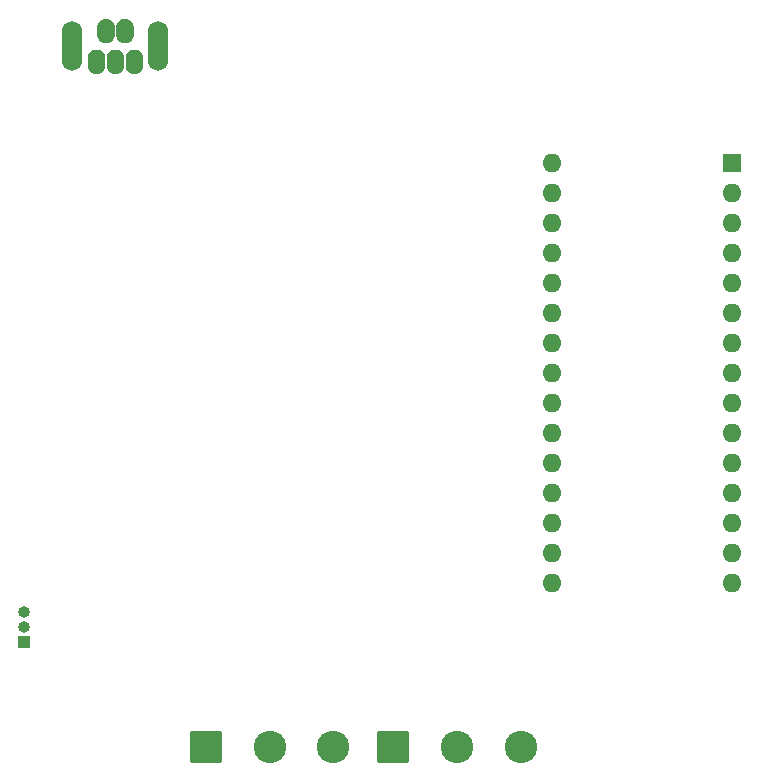
<source format=gbr>
%TF.GenerationSoftware,KiCad,Pcbnew,7.0.7-rc1*%
%TF.CreationDate,2024-04-11T15:56:59-04:00*%
%TF.ProjectId,Moving_PCB,4d6f7669-6e67-45f5-9043-422e6b696361,rev?*%
%TF.SameCoordinates,Original*%
%TF.FileFunction,Soldermask,Top*%
%TF.FilePolarity,Negative*%
%FSLAX46Y46*%
G04 Gerber Fmt 4.6, Leading zero omitted, Abs format (unit mm)*
G04 Created by KiCad (PCBNEW 7.0.7-rc1) date 2024-04-11 15:56:59*
%MOMM*%
%LPD*%
G01*
G04 APERTURE LIST*
G04 Aperture macros list*
%AMRoundRect*
0 Rectangle with rounded corners*
0 $1 Rounding radius*
0 $2 $3 $4 $5 $6 $7 $8 $9 X,Y pos of 4 corners*
0 Add a 4 corners polygon primitive as box body*
4,1,4,$2,$3,$4,$5,$6,$7,$8,$9,$2,$3,0*
0 Add four circle primitives for the rounded corners*
1,1,$1+$1,$2,$3*
1,1,$1+$1,$4,$5*
1,1,$1+$1,$6,$7*
1,1,$1+$1,$8,$9*
0 Add four rect primitives between the rounded corners*
20,1,$1+$1,$2,$3,$4,$5,0*
20,1,$1+$1,$4,$5,$6,$7,0*
20,1,$1+$1,$6,$7,$8,$9,0*
20,1,$1+$1,$8,$9,$2,$3,0*%
G04 Aperture macros list end*
%ADD10C,0.010000*%
%ADD11R,1.000000X1.000000*%
%ADD12O,1.000000X1.000000*%
%ADD13O,1.704000X4.204000*%
%ADD14RoundRect,0.250000X-1.125000X-1.125000X1.125000X-1.125000X1.125000X1.125000X-1.125000X1.125000X0*%
%ADD15C,2.750000*%
%ADD16R,1.600000X1.600000*%
%ADD17O,1.600000X1.600000*%
G04 APERTURE END LIST*
%TO.C,J7*%
D10*
X122837000Y-62301000D02*
X122873000Y-62304000D01*
X122910000Y-62309000D01*
X122946000Y-62315000D01*
X122981000Y-62324000D01*
X123016000Y-62334000D01*
X123051000Y-62346000D01*
X123085000Y-62361000D01*
X123118000Y-62376000D01*
X123150000Y-62394000D01*
X123181000Y-62413000D01*
X123211000Y-62434000D01*
X123241000Y-62456000D01*
X123268000Y-62480000D01*
X123295000Y-62505000D01*
X123320000Y-62532000D01*
X123344000Y-62559000D01*
X123366000Y-62589000D01*
X123387000Y-62619000D01*
X123406000Y-62650000D01*
X123424000Y-62682000D01*
X123439000Y-62715000D01*
X123454000Y-62749000D01*
X123466000Y-62784000D01*
X123476000Y-62819000D01*
X123485000Y-62854000D01*
X123491000Y-62890000D01*
X123496000Y-62927000D01*
X123499000Y-62963000D01*
X123500000Y-63000000D01*
X123500000Y-63600000D01*
X123499000Y-63637000D01*
X123496000Y-63673000D01*
X123491000Y-63710000D01*
X123485000Y-63746000D01*
X123476000Y-63781000D01*
X123466000Y-63816000D01*
X123454000Y-63851000D01*
X123439000Y-63885000D01*
X123424000Y-63918000D01*
X123406000Y-63950000D01*
X123387000Y-63981000D01*
X123366000Y-64011000D01*
X123344000Y-64041000D01*
X123320000Y-64068000D01*
X123295000Y-64095000D01*
X123268000Y-64120000D01*
X123241000Y-64144000D01*
X123211000Y-64166000D01*
X123181000Y-64187000D01*
X123150000Y-64206000D01*
X123118000Y-64224000D01*
X123085000Y-64239000D01*
X123051000Y-64254000D01*
X123016000Y-64266000D01*
X122981000Y-64276000D01*
X122946000Y-64285000D01*
X122910000Y-64291000D01*
X122873000Y-64296000D01*
X122837000Y-64299000D01*
X122800000Y-64300000D01*
X122763000Y-64299000D01*
X122727000Y-64296000D01*
X122690000Y-64291000D01*
X122654000Y-64285000D01*
X122619000Y-64276000D01*
X122584000Y-64266000D01*
X122549000Y-64254000D01*
X122515000Y-64239000D01*
X122482000Y-64224000D01*
X122450000Y-64206000D01*
X122419000Y-64187000D01*
X122389000Y-64166000D01*
X122359000Y-64144000D01*
X122332000Y-64120000D01*
X122305000Y-64095000D01*
X122280000Y-64068000D01*
X122256000Y-64041000D01*
X122234000Y-64011000D01*
X122213000Y-63981000D01*
X122194000Y-63950000D01*
X122176000Y-63918000D01*
X122161000Y-63885000D01*
X122146000Y-63851000D01*
X122134000Y-63816000D01*
X122124000Y-63781000D01*
X122115000Y-63746000D01*
X122109000Y-63710000D01*
X122104000Y-63673000D01*
X122101000Y-63637000D01*
X122100000Y-63600000D01*
X122100000Y-63000000D01*
X122101000Y-62963000D01*
X122104000Y-62927000D01*
X122109000Y-62890000D01*
X122115000Y-62854000D01*
X122124000Y-62819000D01*
X122134000Y-62784000D01*
X122146000Y-62749000D01*
X122161000Y-62715000D01*
X122176000Y-62682000D01*
X122194000Y-62650000D01*
X122213000Y-62619000D01*
X122234000Y-62589000D01*
X122256000Y-62559000D01*
X122280000Y-62532000D01*
X122305000Y-62505000D01*
X122332000Y-62480000D01*
X122359000Y-62456000D01*
X122389000Y-62434000D01*
X122419000Y-62413000D01*
X122450000Y-62394000D01*
X122482000Y-62376000D01*
X122515000Y-62361000D01*
X122549000Y-62346000D01*
X122584000Y-62334000D01*
X122619000Y-62324000D01*
X122654000Y-62315000D01*
X122690000Y-62309000D01*
X122727000Y-62304000D01*
X122763000Y-62301000D01*
X122800000Y-62300000D01*
X122837000Y-62301000D01*
G36*
X122837000Y-62301000D02*
G01*
X122873000Y-62304000D01*
X122910000Y-62309000D01*
X122946000Y-62315000D01*
X122981000Y-62324000D01*
X123016000Y-62334000D01*
X123051000Y-62346000D01*
X123085000Y-62361000D01*
X123118000Y-62376000D01*
X123150000Y-62394000D01*
X123181000Y-62413000D01*
X123211000Y-62434000D01*
X123241000Y-62456000D01*
X123268000Y-62480000D01*
X123295000Y-62505000D01*
X123320000Y-62532000D01*
X123344000Y-62559000D01*
X123366000Y-62589000D01*
X123387000Y-62619000D01*
X123406000Y-62650000D01*
X123424000Y-62682000D01*
X123439000Y-62715000D01*
X123454000Y-62749000D01*
X123466000Y-62784000D01*
X123476000Y-62819000D01*
X123485000Y-62854000D01*
X123491000Y-62890000D01*
X123496000Y-62927000D01*
X123499000Y-62963000D01*
X123500000Y-63000000D01*
X123500000Y-63600000D01*
X123499000Y-63637000D01*
X123496000Y-63673000D01*
X123491000Y-63710000D01*
X123485000Y-63746000D01*
X123476000Y-63781000D01*
X123466000Y-63816000D01*
X123454000Y-63851000D01*
X123439000Y-63885000D01*
X123424000Y-63918000D01*
X123406000Y-63950000D01*
X123387000Y-63981000D01*
X123366000Y-64011000D01*
X123344000Y-64041000D01*
X123320000Y-64068000D01*
X123295000Y-64095000D01*
X123268000Y-64120000D01*
X123241000Y-64144000D01*
X123211000Y-64166000D01*
X123181000Y-64187000D01*
X123150000Y-64206000D01*
X123118000Y-64224000D01*
X123085000Y-64239000D01*
X123051000Y-64254000D01*
X123016000Y-64266000D01*
X122981000Y-64276000D01*
X122946000Y-64285000D01*
X122910000Y-64291000D01*
X122873000Y-64296000D01*
X122837000Y-64299000D01*
X122800000Y-64300000D01*
X122763000Y-64299000D01*
X122727000Y-64296000D01*
X122690000Y-64291000D01*
X122654000Y-64285000D01*
X122619000Y-64276000D01*
X122584000Y-64266000D01*
X122549000Y-64254000D01*
X122515000Y-64239000D01*
X122482000Y-64224000D01*
X122450000Y-64206000D01*
X122419000Y-64187000D01*
X122389000Y-64166000D01*
X122359000Y-64144000D01*
X122332000Y-64120000D01*
X122305000Y-64095000D01*
X122280000Y-64068000D01*
X122256000Y-64041000D01*
X122234000Y-64011000D01*
X122213000Y-63981000D01*
X122194000Y-63950000D01*
X122176000Y-63918000D01*
X122161000Y-63885000D01*
X122146000Y-63851000D01*
X122134000Y-63816000D01*
X122124000Y-63781000D01*
X122115000Y-63746000D01*
X122109000Y-63710000D01*
X122104000Y-63673000D01*
X122101000Y-63637000D01*
X122100000Y-63600000D01*
X122100000Y-63000000D01*
X122101000Y-62963000D01*
X122104000Y-62927000D01*
X122109000Y-62890000D01*
X122115000Y-62854000D01*
X122124000Y-62819000D01*
X122134000Y-62784000D01*
X122146000Y-62749000D01*
X122161000Y-62715000D01*
X122176000Y-62682000D01*
X122194000Y-62650000D01*
X122213000Y-62619000D01*
X122234000Y-62589000D01*
X122256000Y-62559000D01*
X122280000Y-62532000D01*
X122305000Y-62505000D01*
X122332000Y-62480000D01*
X122359000Y-62456000D01*
X122389000Y-62434000D01*
X122419000Y-62413000D01*
X122450000Y-62394000D01*
X122482000Y-62376000D01*
X122515000Y-62361000D01*
X122549000Y-62346000D01*
X122584000Y-62334000D01*
X122619000Y-62324000D01*
X122654000Y-62315000D01*
X122690000Y-62309000D01*
X122727000Y-62304000D01*
X122763000Y-62301000D01*
X122800000Y-62300000D01*
X122837000Y-62301000D01*
G37*
X122037000Y-59701000D02*
X122073000Y-59704000D01*
X122110000Y-59709000D01*
X122146000Y-59715000D01*
X122181000Y-59724000D01*
X122216000Y-59734000D01*
X122251000Y-59746000D01*
X122285000Y-59761000D01*
X122318000Y-59776000D01*
X122350000Y-59794000D01*
X122381000Y-59813000D01*
X122411000Y-59834000D01*
X122441000Y-59856000D01*
X122468000Y-59880000D01*
X122495000Y-59905000D01*
X122520000Y-59932000D01*
X122544000Y-59959000D01*
X122566000Y-59989000D01*
X122587000Y-60019000D01*
X122606000Y-60050000D01*
X122624000Y-60082000D01*
X122639000Y-60115000D01*
X122654000Y-60149000D01*
X122666000Y-60184000D01*
X122676000Y-60219000D01*
X122685000Y-60254000D01*
X122691000Y-60290000D01*
X122696000Y-60327000D01*
X122699000Y-60363000D01*
X122700000Y-60400000D01*
X122700000Y-61000000D01*
X122699000Y-61037000D01*
X122696000Y-61073000D01*
X122691000Y-61110000D01*
X122685000Y-61146000D01*
X122676000Y-61181000D01*
X122666000Y-61216000D01*
X122654000Y-61251000D01*
X122639000Y-61285000D01*
X122624000Y-61318000D01*
X122606000Y-61350000D01*
X122587000Y-61381000D01*
X122566000Y-61411000D01*
X122544000Y-61441000D01*
X122520000Y-61468000D01*
X122495000Y-61495000D01*
X122468000Y-61520000D01*
X122441000Y-61544000D01*
X122411000Y-61566000D01*
X122381000Y-61587000D01*
X122350000Y-61606000D01*
X122318000Y-61624000D01*
X122285000Y-61639000D01*
X122251000Y-61654000D01*
X122216000Y-61666000D01*
X122181000Y-61676000D01*
X122146000Y-61685000D01*
X122110000Y-61691000D01*
X122073000Y-61696000D01*
X122037000Y-61699000D01*
X122000000Y-61700000D01*
X121963000Y-61699000D01*
X121927000Y-61696000D01*
X121890000Y-61691000D01*
X121854000Y-61685000D01*
X121819000Y-61676000D01*
X121784000Y-61666000D01*
X121749000Y-61654000D01*
X121715000Y-61639000D01*
X121682000Y-61624000D01*
X121650000Y-61606000D01*
X121619000Y-61587000D01*
X121589000Y-61566000D01*
X121559000Y-61544000D01*
X121532000Y-61520000D01*
X121505000Y-61495000D01*
X121480000Y-61468000D01*
X121456000Y-61441000D01*
X121434000Y-61411000D01*
X121413000Y-61381000D01*
X121394000Y-61350000D01*
X121376000Y-61318000D01*
X121361000Y-61285000D01*
X121346000Y-61251000D01*
X121334000Y-61216000D01*
X121324000Y-61181000D01*
X121315000Y-61146000D01*
X121309000Y-61110000D01*
X121304000Y-61073000D01*
X121301000Y-61037000D01*
X121300000Y-61000000D01*
X121300000Y-60400000D01*
X121301000Y-60363000D01*
X121304000Y-60327000D01*
X121309000Y-60290000D01*
X121315000Y-60254000D01*
X121324000Y-60219000D01*
X121334000Y-60184000D01*
X121346000Y-60149000D01*
X121361000Y-60115000D01*
X121376000Y-60082000D01*
X121394000Y-60050000D01*
X121413000Y-60019000D01*
X121434000Y-59989000D01*
X121456000Y-59959000D01*
X121480000Y-59932000D01*
X121505000Y-59905000D01*
X121532000Y-59880000D01*
X121559000Y-59856000D01*
X121589000Y-59834000D01*
X121619000Y-59813000D01*
X121650000Y-59794000D01*
X121682000Y-59776000D01*
X121715000Y-59761000D01*
X121749000Y-59746000D01*
X121784000Y-59734000D01*
X121819000Y-59724000D01*
X121854000Y-59715000D01*
X121890000Y-59709000D01*
X121927000Y-59704000D01*
X121963000Y-59701000D01*
X122000000Y-59700000D01*
X122037000Y-59701000D01*
G36*
X122037000Y-59701000D02*
G01*
X122073000Y-59704000D01*
X122110000Y-59709000D01*
X122146000Y-59715000D01*
X122181000Y-59724000D01*
X122216000Y-59734000D01*
X122251000Y-59746000D01*
X122285000Y-59761000D01*
X122318000Y-59776000D01*
X122350000Y-59794000D01*
X122381000Y-59813000D01*
X122411000Y-59834000D01*
X122441000Y-59856000D01*
X122468000Y-59880000D01*
X122495000Y-59905000D01*
X122520000Y-59932000D01*
X122544000Y-59959000D01*
X122566000Y-59989000D01*
X122587000Y-60019000D01*
X122606000Y-60050000D01*
X122624000Y-60082000D01*
X122639000Y-60115000D01*
X122654000Y-60149000D01*
X122666000Y-60184000D01*
X122676000Y-60219000D01*
X122685000Y-60254000D01*
X122691000Y-60290000D01*
X122696000Y-60327000D01*
X122699000Y-60363000D01*
X122700000Y-60400000D01*
X122700000Y-61000000D01*
X122699000Y-61037000D01*
X122696000Y-61073000D01*
X122691000Y-61110000D01*
X122685000Y-61146000D01*
X122676000Y-61181000D01*
X122666000Y-61216000D01*
X122654000Y-61251000D01*
X122639000Y-61285000D01*
X122624000Y-61318000D01*
X122606000Y-61350000D01*
X122587000Y-61381000D01*
X122566000Y-61411000D01*
X122544000Y-61441000D01*
X122520000Y-61468000D01*
X122495000Y-61495000D01*
X122468000Y-61520000D01*
X122441000Y-61544000D01*
X122411000Y-61566000D01*
X122381000Y-61587000D01*
X122350000Y-61606000D01*
X122318000Y-61624000D01*
X122285000Y-61639000D01*
X122251000Y-61654000D01*
X122216000Y-61666000D01*
X122181000Y-61676000D01*
X122146000Y-61685000D01*
X122110000Y-61691000D01*
X122073000Y-61696000D01*
X122037000Y-61699000D01*
X122000000Y-61700000D01*
X121963000Y-61699000D01*
X121927000Y-61696000D01*
X121890000Y-61691000D01*
X121854000Y-61685000D01*
X121819000Y-61676000D01*
X121784000Y-61666000D01*
X121749000Y-61654000D01*
X121715000Y-61639000D01*
X121682000Y-61624000D01*
X121650000Y-61606000D01*
X121619000Y-61587000D01*
X121589000Y-61566000D01*
X121559000Y-61544000D01*
X121532000Y-61520000D01*
X121505000Y-61495000D01*
X121480000Y-61468000D01*
X121456000Y-61441000D01*
X121434000Y-61411000D01*
X121413000Y-61381000D01*
X121394000Y-61350000D01*
X121376000Y-61318000D01*
X121361000Y-61285000D01*
X121346000Y-61251000D01*
X121334000Y-61216000D01*
X121324000Y-61181000D01*
X121315000Y-61146000D01*
X121309000Y-61110000D01*
X121304000Y-61073000D01*
X121301000Y-61037000D01*
X121300000Y-61000000D01*
X121300000Y-60400000D01*
X121301000Y-60363000D01*
X121304000Y-60327000D01*
X121309000Y-60290000D01*
X121315000Y-60254000D01*
X121324000Y-60219000D01*
X121334000Y-60184000D01*
X121346000Y-60149000D01*
X121361000Y-60115000D01*
X121376000Y-60082000D01*
X121394000Y-60050000D01*
X121413000Y-60019000D01*
X121434000Y-59989000D01*
X121456000Y-59959000D01*
X121480000Y-59932000D01*
X121505000Y-59905000D01*
X121532000Y-59880000D01*
X121559000Y-59856000D01*
X121589000Y-59834000D01*
X121619000Y-59813000D01*
X121650000Y-59794000D01*
X121682000Y-59776000D01*
X121715000Y-59761000D01*
X121749000Y-59746000D01*
X121784000Y-59734000D01*
X121819000Y-59724000D01*
X121854000Y-59715000D01*
X121890000Y-59709000D01*
X121927000Y-59704000D01*
X121963000Y-59701000D01*
X122000000Y-59700000D01*
X122037000Y-59701000D01*
G37*
X121237000Y-62301000D02*
X121273000Y-62304000D01*
X121310000Y-62309000D01*
X121346000Y-62315000D01*
X121381000Y-62324000D01*
X121416000Y-62334000D01*
X121451000Y-62346000D01*
X121485000Y-62361000D01*
X121518000Y-62376000D01*
X121550000Y-62394000D01*
X121581000Y-62413000D01*
X121611000Y-62434000D01*
X121641000Y-62456000D01*
X121668000Y-62480000D01*
X121695000Y-62505000D01*
X121720000Y-62532000D01*
X121744000Y-62559000D01*
X121766000Y-62589000D01*
X121787000Y-62619000D01*
X121806000Y-62650000D01*
X121824000Y-62682000D01*
X121839000Y-62715000D01*
X121854000Y-62749000D01*
X121866000Y-62784000D01*
X121876000Y-62819000D01*
X121885000Y-62854000D01*
X121891000Y-62890000D01*
X121896000Y-62927000D01*
X121899000Y-62963000D01*
X121900000Y-63000000D01*
X121900000Y-63600000D01*
X121899000Y-63637000D01*
X121896000Y-63673000D01*
X121891000Y-63710000D01*
X121885000Y-63746000D01*
X121876000Y-63781000D01*
X121866000Y-63816000D01*
X121854000Y-63851000D01*
X121839000Y-63885000D01*
X121824000Y-63918000D01*
X121806000Y-63950000D01*
X121787000Y-63981000D01*
X121766000Y-64011000D01*
X121744000Y-64041000D01*
X121720000Y-64068000D01*
X121695000Y-64095000D01*
X121668000Y-64120000D01*
X121641000Y-64144000D01*
X121611000Y-64166000D01*
X121581000Y-64187000D01*
X121550000Y-64206000D01*
X121518000Y-64224000D01*
X121485000Y-64239000D01*
X121451000Y-64254000D01*
X121416000Y-64266000D01*
X121381000Y-64276000D01*
X121346000Y-64285000D01*
X121310000Y-64291000D01*
X121273000Y-64296000D01*
X121237000Y-64299000D01*
X121200000Y-64300000D01*
X121163000Y-64299000D01*
X121127000Y-64296000D01*
X121090000Y-64291000D01*
X121054000Y-64285000D01*
X121019000Y-64276000D01*
X120984000Y-64266000D01*
X120949000Y-64254000D01*
X120915000Y-64239000D01*
X120882000Y-64224000D01*
X120850000Y-64206000D01*
X120819000Y-64187000D01*
X120789000Y-64166000D01*
X120759000Y-64144000D01*
X120732000Y-64120000D01*
X120705000Y-64095000D01*
X120680000Y-64068000D01*
X120656000Y-64041000D01*
X120634000Y-64011000D01*
X120613000Y-63981000D01*
X120594000Y-63950000D01*
X120576000Y-63918000D01*
X120561000Y-63885000D01*
X120546000Y-63851000D01*
X120534000Y-63816000D01*
X120524000Y-63781000D01*
X120515000Y-63746000D01*
X120509000Y-63710000D01*
X120504000Y-63673000D01*
X120501000Y-63637000D01*
X120500000Y-63600000D01*
X120500000Y-63000000D01*
X120501000Y-62963000D01*
X120504000Y-62927000D01*
X120509000Y-62890000D01*
X120515000Y-62854000D01*
X120524000Y-62819000D01*
X120534000Y-62784000D01*
X120546000Y-62749000D01*
X120561000Y-62715000D01*
X120576000Y-62682000D01*
X120594000Y-62650000D01*
X120613000Y-62619000D01*
X120634000Y-62589000D01*
X120656000Y-62559000D01*
X120680000Y-62532000D01*
X120705000Y-62505000D01*
X120732000Y-62480000D01*
X120759000Y-62456000D01*
X120789000Y-62434000D01*
X120819000Y-62413000D01*
X120850000Y-62394000D01*
X120882000Y-62376000D01*
X120915000Y-62361000D01*
X120949000Y-62346000D01*
X120984000Y-62334000D01*
X121019000Y-62324000D01*
X121054000Y-62315000D01*
X121090000Y-62309000D01*
X121127000Y-62304000D01*
X121163000Y-62301000D01*
X121200000Y-62300000D01*
X121237000Y-62301000D01*
G36*
X121237000Y-62301000D02*
G01*
X121273000Y-62304000D01*
X121310000Y-62309000D01*
X121346000Y-62315000D01*
X121381000Y-62324000D01*
X121416000Y-62334000D01*
X121451000Y-62346000D01*
X121485000Y-62361000D01*
X121518000Y-62376000D01*
X121550000Y-62394000D01*
X121581000Y-62413000D01*
X121611000Y-62434000D01*
X121641000Y-62456000D01*
X121668000Y-62480000D01*
X121695000Y-62505000D01*
X121720000Y-62532000D01*
X121744000Y-62559000D01*
X121766000Y-62589000D01*
X121787000Y-62619000D01*
X121806000Y-62650000D01*
X121824000Y-62682000D01*
X121839000Y-62715000D01*
X121854000Y-62749000D01*
X121866000Y-62784000D01*
X121876000Y-62819000D01*
X121885000Y-62854000D01*
X121891000Y-62890000D01*
X121896000Y-62927000D01*
X121899000Y-62963000D01*
X121900000Y-63000000D01*
X121900000Y-63600000D01*
X121899000Y-63637000D01*
X121896000Y-63673000D01*
X121891000Y-63710000D01*
X121885000Y-63746000D01*
X121876000Y-63781000D01*
X121866000Y-63816000D01*
X121854000Y-63851000D01*
X121839000Y-63885000D01*
X121824000Y-63918000D01*
X121806000Y-63950000D01*
X121787000Y-63981000D01*
X121766000Y-64011000D01*
X121744000Y-64041000D01*
X121720000Y-64068000D01*
X121695000Y-64095000D01*
X121668000Y-64120000D01*
X121641000Y-64144000D01*
X121611000Y-64166000D01*
X121581000Y-64187000D01*
X121550000Y-64206000D01*
X121518000Y-64224000D01*
X121485000Y-64239000D01*
X121451000Y-64254000D01*
X121416000Y-64266000D01*
X121381000Y-64276000D01*
X121346000Y-64285000D01*
X121310000Y-64291000D01*
X121273000Y-64296000D01*
X121237000Y-64299000D01*
X121200000Y-64300000D01*
X121163000Y-64299000D01*
X121127000Y-64296000D01*
X121090000Y-64291000D01*
X121054000Y-64285000D01*
X121019000Y-64276000D01*
X120984000Y-64266000D01*
X120949000Y-64254000D01*
X120915000Y-64239000D01*
X120882000Y-64224000D01*
X120850000Y-64206000D01*
X120819000Y-64187000D01*
X120789000Y-64166000D01*
X120759000Y-64144000D01*
X120732000Y-64120000D01*
X120705000Y-64095000D01*
X120680000Y-64068000D01*
X120656000Y-64041000D01*
X120634000Y-64011000D01*
X120613000Y-63981000D01*
X120594000Y-63950000D01*
X120576000Y-63918000D01*
X120561000Y-63885000D01*
X120546000Y-63851000D01*
X120534000Y-63816000D01*
X120524000Y-63781000D01*
X120515000Y-63746000D01*
X120509000Y-63710000D01*
X120504000Y-63673000D01*
X120501000Y-63637000D01*
X120500000Y-63600000D01*
X120500000Y-63000000D01*
X120501000Y-62963000D01*
X120504000Y-62927000D01*
X120509000Y-62890000D01*
X120515000Y-62854000D01*
X120524000Y-62819000D01*
X120534000Y-62784000D01*
X120546000Y-62749000D01*
X120561000Y-62715000D01*
X120576000Y-62682000D01*
X120594000Y-62650000D01*
X120613000Y-62619000D01*
X120634000Y-62589000D01*
X120656000Y-62559000D01*
X120680000Y-62532000D01*
X120705000Y-62505000D01*
X120732000Y-62480000D01*
X120759000Y-62456000D01*
X120789000Y-62434000D01*
X120819000Y-62413000D01*
X120850000Y-62394000D01*
X120882000Y-62376000D01*
X120915000Y-62361000D01*
X120949000Y-62346000D01*
X120984000Y-62334000D01*
X121019000Y-62324000D01*
X121054000Y-62315000D01*
X121090000Y-62309000D01*
X121127000Y-62304000D01*
X121163000Y-62301000D01*
X121200000Y-62300000D01*
X121237000Y-62301000D01*
G37*
X120437000Y-59701000D02*
X120473000Y-59704000D01*
X120510000Y-59709000D01*
X120546000Y-59715000D01*
X120581000Y-59724000D01*
X120616000Y-59734000D01*
X120651000Y-59746000D01*
X120685000Y-59761000D01*
X120718000Y-59776000D01*
X120750000Y-59794000D01*
X120781000Y-59813000D01*
X120811000Y-59834000D01*
X120841000Y-59856000D01*
X120868000Y-59880000D01*
X120895000Y-59905000D01*
X120920000Y-59932000D01*
X120944000Y-59959000D01*
X120966000Y-59989000D01*
X120987000Y-60019000D01*
X121006000Y-60050000D01*
X121024000Y-60082000D01*
X121039000Y-60115000D01*
X121054000Y-60149000D01*
X121066000Y-60184000D01*
X121076000Y-60219000D01*
X121085000Y-60254000D01*
X121091000Y-60290000D01*
X121096000Y-60327000D01*
X121099000Y-60363000D01*
X121100000Y-60400000D01*
X121100000Y-61000000D01*
X121099000Y-61037000D01*
X121096000Y-61073000D01*
X121091000Y-61110000D01*
X121085000Y-61146000D01*
X121076000Y-61181000D01*
X121066000Y-61216000D01*
X121054000Y-61251000D01*
X121039000Y-61285000D01*
X121024000Y-61318000D01*
X121006000Y-61350000D01*
X120987000Y-61381000D01*
X120966000Y-61411000D01*
X120944000Y-61441000D01*
X120920000Y-61468000D01*
X120895000Y-61495000D01*
X120868000Y-61520000D01*
X120841000Y-61544000D01*
X120811000Y-61566000D01*
X120781000Y-61587000D01*
X120750000Y-61606000D01*
X120718000Y-61624000D01*
X120685000Y-61639000D01*
X120651000Y-61654000D01*
X120616000Y-61666000D01*
X120581000Y-61676000D01*
X120546000Y-61685000D01*
X120510000Y-61691000D01*
X120473000Y-61696000D01*
X120437000Y-61699000D01*
X120400000Y-61700000D01*
X120363000Y-61699000D01*
X120327000Y-61696000D01*
X120290000Y-61691000D01*
X120254000Y-61685000D01*
X120219000Y-61676000D01*
X120184000Y-61666000D01*
X120149000Y-61654000D01*
X120115000Y-61639000D01*
X120082000Y-61624000D01*
X120050000Y-61606000D01*
X120019000Y-61587000D01*
X119989000Y-61566000D01*
X119959000Y-61544000D01*
X119932000Y-61520000D01*
X119905000Y-61495000D01*
X119880000Y-61468000D01*
X119856000Y-61441000D01*
X119834000Y-61411000D01*
X119813000Y-61381000D01*
X119794000Y-61350000D01*
X119776000Y-61318000D01*
X119761000Y-61285000D01*
X119746000Y-61251000D01*
X119734000Y-61216000D01*
X119724000Y-61181000D01*
X119715000Y-61146000D01*
X119709000Y-61110000D01*
X119704000Y-61073000D01*
X119701000Y-61037000D01*
X119700000Y-61000000D01*
X119700000Y-60400000D01*
X119701000Y-60363000D01*
X119704000Y-60327000D01*
X119709000Y-60290000D01*
X119715000Y-60254000D01*
X119724000Y-60219000D01*
X119734000Y-60184000D01*
X119746000Y-60149000D01*
X119761000Y-60115000D01*
X119776000Y-60082000D01*
X119794000Y-60050000D01*
X119813000Y-60019000D01*
X119834000Y-59989000D01*
X119856000Y-59959000D01*
X119880000Y-59932000D01*
X119905000Y-59905000D01*
X119932000Y-59880000D01*
X119959000Y-59856000D01*
X119989000Y-59834000D01*
X120019000Y-59813000D01*
X120050000Y-59794000D01*
X120082000Y-59776000D01*
X120115000Y-59761000D01*
X120149000Y-59746000D01*
X120184000Y-59734000D01*
X120219000Y-59724000D01*
X120254000Y-59715000D01*
X120290000Y-59709000D01*
X120327000Y-59704000D01*
X120363000Y-59701000D01*
X120400000Y-59700000D01*
X120437000Y-59701000D01*
G36*
X120437000Y-59701000D02*
G01*
X120473000Y-59704000D01*
X120510000Y-59709000D01*
X120546000Y-59715000D01*
X120581000Y-59724000D01*
X120616000Y-59734000D01*
X120651000Y-59746000D01*
X120685000Y-59761000D01*
X120718000Y-59776000D01*
X120750000Y-59794000D01*
X120781000Y-59813000D01*
X120811000Y-59834000D01*
X120841000Y-59856000D01*
X120868000Y-59880000D01*
X120895000Y-59905000D01*
X120920000Y-59932000D01*
X120944000Y-59959000D01*
X120966000Y-59989000D01*
X120987000Y-60019000D01*
X121006000Y-60050000D01*
X121024000Y-60082000D01*
X121039000Y-60115000D01*
X121054000Y-60149000D01*
X121066000Y-60184000D01*
X121076000Y-60219000D01*
X121085000Y-60254000D01*
X121091000Y-60290000D01*
X121096000Y-60327000D01*
X121099000Y-60363000D01*
X121100000Y-60400000D01*
X121100000Y-61000000D01*
X121099000Y-61037000D01*
X121096000Y-61073000D01*
X121091000Y-61110000D01*
X121085000Y-61146000D01*
X121076000Y-61181000D01*
X121066000Y-61216000D01*
X121054000Y-61251000D01*
X121039000Y-61285000D01*
X121024000Y-61318000D01*
X121006000Y-61350000D01*
X120987000Y-61381000D01*
X120966000Y-61411000D01*
X120944000Y-61441000D01*
X120920000Y-61468000D01*
X120895000Y-61495000D01*
X120868000Y-61520000D01*
X120841000Y-61544000D01*
X120811000Y-61566000D01*
X120781000Y-61587000D01*
X120750000Y-61606000D01*
X120718000Y-61624000D01*
X120685000Y-61639000D01*
X120651000Y-61654000D01*
X120616000Y-61666000D01*
X120581000Y-61676000D01*
X120546000Y-61685000D01*
X120510000Y-61691000D01*
X120473000Y-61696000D01*
X120437000Y-61699000D01*
X120400000Y-61700000D01*
X120363000Y-61699000D01*
X120327000Y-61696000D01*
X120290000Y-61691000D01*
X120254000Y-61685000D01*
X120219000Y-61676000D01*
X120184000Y-61666000D01*
X120149000Y-61654000D01*
X120115000Y-61639000D01*
X120082000Y-61624000D01*
X120050000Y-61606000D01*
X120019000Y-61587000D01*
X119989000Y-61566000D01*
X119959000Y-61544000D01*
X119932000Y-61520000D01*
X119905000Y-61495000D01*
X119880000Y-61468000D01*
X119856000Y-61441000D01*
X119834000Y-61411000D01*
X119813000Y-61381000D01*
X119794000Y-61350000D01*
X119776000Y-61318000D01*
X119761000Y-61285000D01*
X119746000Y-61251000D01*
X119734000Y-61216000D01*
X119724000Y-61181000D01*
X119715000Y-61146000D01*
X119709000Y-61110000D01*
X119704000Y-61073000D01*
X119701000Y-61037000D01*
X119700000Y-61000000D01*
X119700000Y-60400000D01*
X119701000Y-60363000D01*
X119704000Y-60327000D01*
X119709000Y-60290000D01*
X119715000Y-60254000D01*
X119724000Y-60219000D01*
X119734000Y-60184000D01*
X119746000Y-60149000D01*
X119761000Y-60115000D01*
X119776000Y-60082000D01*
X119794000Y-60050000D01*
X119813000Y-60019000D01*
X119834000Y-59989000D01*
X119856000Y-59959000D01*
X119880000Y-59932000D01*
X119905000Y-59905000D01*
X119932000Y-59880000D01*
X119959000Y-59856000D01*
X119989000Y-59834000D01*
X120019000Y-59813000D01*
X120050000Y-59794000D01*
X120082000Y-59776000D01*
X120115000Y-59761000D01*
X120149000Y-59746000D01*
X120184000Y-59734000D01*
X120219000Y-59724000D01*
X120254000Y-59715000D01*
X120290000Y-59709000D01*
X120327000Y-59704000D01*
X120363000Y-59701000D01*
X120400000Y-59700000D01*
X120437000Y-59701000D01*
G37*
X119637000Y-62301000D02*
X119673000Y-62304000D01*
X119710000Y-62309000D01*
X119746000Y-62315000D01*
X119781000Y-62324000D01*
X119816000Y-62334000D01*
X119851000Y-62346000D01*
X119885000Y-62361000D01*
X119918000Y-62376000D01*
X119950000Y-62394000D01*
X119981000Y-62413000D01*
X120011000Y-62434000D01*
X120041000Y-62456000D01*
X120068000Y-62480000D01*
X120095000Y-62505000D01*
X120120000Y-62532000D01*
X120144000Y-62559000D01*
X120166000Y-62589000D01*
X120187000Y-62619000D01*
X120206000Y-62650000D01*
X120224000Y-62682000D01*
X120239000Y-62715000D01*
X120254000Y-62749000D01*
X120266000Y-62784000D01*
X120276000Y-62819000D01*
X120285000Y-62854000D01*
X120291000Y-62890000D01*
X120296000Y-62927000D01*
X120299000Y-62963000D01*
X120300000Y-63000000D01*
X120300000Y-63600000D01*
X120299000Y-63637000D01*
X120296000Y-63673000D01*
X120291000Y-63710000D01*
X120285000Y-63746000D01*
X120276000Y-63781000D01*
X120266000Y-63816000D01*
X120254000Y-63851000D01*
X120239000Y-63885000D01*
X120224000Y-63918000D01*
X120206000Y-63950000D01*
X120187000Y-63981000D01*
X120166000Y-64011000D01*
X120144000Y-64041000D01*
X120120000Y-64068000D01*
X120095000Y-64095000D01*
X120068000Y-64120000D01*
X120041000Y-64144000D01*
X120011000Y-64166000D01*
X119981000Y-64187000D01*
X119950000Y-64206000D01*
X119918000Y-64224000D01*
X119885000Y-64239000D01*
X119851000Y-64254000D01*
X119816000Y-64266000D01*
X119781000Y-64276000D01*
X119746000Y-64285000D01*
X119710000Y-64291000D01*
X119673000Y-64296000D01*
X119637000Y-64299000D01*
X119600000Y-64300000D01*
X119563000Y-64299000D01*
X119527000Y-64296000D01*
X119490000Y-64291000D01*
X119454000Y-64285000D01*
X119419000Y-64276000D01*
X119384000Y-64266000D01*
X119349000Y-64254000D01*
X119315000Y-64239000D01*
X119282000Y-64224000D01*
X119250000Y-64206000D01*
X119219000Y-64187000D01*
X119189000Y-64166000D01*
X119159000Y-64144000D01*
X119132000Y-64120000D01*
X119105000Y-64095000D01*
X119080000Y-64068000D01*
X119056000Y-64041000D01*
X119034000Y-64011000D01*
X119013000Y-63981000D01*
X118994000Y-63950000D01*
X118976000Y-63918000D01*
X118961000Y-63885000D01*
X118946000Y-63851000D01*
X118934000Y-63816000D01*
X118924000Y-63781000D01*
X118915000Y-63746000D01*
X118909000Y-63710000D01*
X118904000Y-63673000D01*
X118901000Y-63637000D01*
X118900000Y-63600000D01*
X118900000Y-63000000D01*
X118901000Y-62963000D01*
X118904000Y-62927000D01*
X118909000Y-62890000D01*
X118915000Y-62854000D01*
X118924000Y-62819000D01*
X118934000Y-62784000D01*
X118946000Y-62749000D01*
X118961000Y-62715000D01*
X118976000Y-62682000D01*
X118994000Y-62650000D01*
X119013000Y-62619000D01*
X119034000Y-62589000D01*
X119056000Y-62559000D01*
X119080000Y-62532000D01*
X119105000Y-62505000D01*
X119132000Y-62480000D01*
X119159000Y-62456000D01*
X119189000Y-62434000D01*
X119219000Y-62413000D01*
X119250000Y-62394000D01*
X119282000Y-62376000D01*
X119315000Y-62361000D01*
X119349000Y-62346000D01*
X119384000Y-62334000D01*
X119419000Y-62324000D01*
X119454000Y-62315000D01*
X119490000Y-62309000D01*
X119527000Y-62304000D01*
X119563000Y-62301000D01*
X119600000Y-62300000D01*
X119637000Y-62301000D01*
G36*
X119637000Y-62301000D02*
G01*
X119673000Y-62304000D01*
X119710000Y-62309000D01*
X119746000Y-62315000D01*
X119781000Y-62324000D01*
X119816000Y-62334000D01*
X119851000Y-62346000D01*
X119885000Y-62361000D01*
X119918000Y-62376000D01*
X119950000Y-62394000D01*
X119981000Y-62413000D01*
X120011000Y-62434000D01*
X120041000Y-62456000D01*
X120068000Y-62480000D01*
X120095000Y-62505000D01*
X120120000Y-62532000D01*
X120144000Y-62559000D01*
X120166000Y-62589000D01*
X120187000Y-62619000D01*
X120206000Y-62650000D01*
X120224000Y-62682000D01*
X120239000Y-62715000D01*
X120254000Y-62749000D01*
X120266000Y-62784000D01*
X120276000Y-62819000D01*
X120285000Y-62854000D01*
X120291000Y-62890000D01*
X120296000Y-62927000D01*
X120299000Y-62963000D01*
X120300000Y-63000000D01*
X120300000Y-63600000D01*
X120299000Y-63637000D01*
X120296000Y-63673000D01*
X120291000Y-63710000D01*
X120285000Y-63746000D01*
X120276000Y-63781000D01*
X120266000Y-63816000D01*
X120254000Y-63851000D01*
X120239000Y-63885000D01*
X120224000Y-63918000D01*
X120206000Y-63950000D01*
X120187000Y-63981000D01*
X120166000Y-64011000D01*
X120144000Y-64041000D01*
X120120000Y-64068000D01*
X120095000Y-64095000D01*
X120068000Y-64120000D01*
X120041000Y-64144000D01*
X120011000Y-64166000D01*
X119981000Y-64187000D01*
X119950000Y-64206000D01*
X119918000Y-64224000D01*
X119885000Y-64239000D01*
X119851000Y-64254000D01*
X119816000Y-64266000D01*
X119781000Y-64276000D01*
X119746000Y-64285000D01*
X119710000Y-64291000D01*
X119673000Y-64296000D01*
X119637000Y-64299000D01*
X119600000Y-64300000D01*
X119563000Y-64299000D01*
X119527000Y-64296000D01*
X119490000Y-64291000D01*
X119454000Y-64285000D01*
X119419000Y-64276000D01*
X119384000Y-64266000D01*
X119349000Y-64254000D01*
X119315000Y-64239000D01*
X119282000Y-64224000D01*
X119250000Y-64206000D01*
X119219000Y-64187000D01*
X119189000Y-64166000D01*
X119159000Y-64144000D01*
X119132000Y-64120000D01*
X119105000Y-64095000D01*
X119080000Y-64068000D01*
X119056000Y-64041000D01*
X119034000Y-64011000D01*
X119013000Y-63981000D01*
X118994000Y-63950000D01*
X118976000Y-63918000D01*
X118961000Y-63885000D01*
X118946000Y-63851000D01*
X118934000Y-63816000D01*
X118924000Y-63781000D01*
X118915000Y-63746000D01*
X118909000Y-63710000D01*
X118904000Y-63673000D01*
X118901000Y-63637000D01*
X118900000Y-63600000D01*
X118900000Y-63000000D01*
X118901000Y-62963000D01*
X118904000Y-62927000D01*
X118909000Y-62890000D01*
X118915000Y-62854000D01*
X118924000Y-62819000D01*
X118934000Y-62784000D01*
X118946000Y-62749000D01*
X118961000Y-62715000D01*
X118976000Y-62682000D01*
X118994000Y-62650000D01*
X119013000Y-62619000D01*
X119034000Y-62589000D01*
X119056000Y-62559000D01*
X119080000Y-62532000D01*
X119105000Y-62505000D01*
X119132000Y-62480000D01*
X119159000Y-62456000D01*
X119189000Y-62434000D01*
X119219000Y-62413000D01*
X119250000Y-62394000D01*
X119282000Y-62376000D01*
X119315000Y-62361000D01*
X119349000Y-62346000D01*
X119384000Y-62334000D01*
X119419000Y-62324000D01*
X119454000Y-62315000D01*
X119490000Y-62309000D01*
X119527000Y-62304000D01*
X119563000Y-62301000D01*
X119600000Y-62300000D01*
X119637000Y-62301000D01*
G37*
%TD*%
D11*
%TO.C,J2*%
X113500000Y-112500000D03*
D12*
X113500000Y-111230000D03*
X113500000Y-109960000D03*
%TD*%
D13*
%TO.C,J7*%
X124850000Y-62000000D03*
X117550000Y-62000000D03*
%TD*%
D14*
%TO.C,J8*%
X128900000Y-121360000D03*
D15*
X134300000Y-121360000D03*
X139700000Y-121360000D03*
%TD*%
D14*
%TO.C,J6*%
X144780000Y-121360000D03*
D15*
X150180000Y-121360000D03*
X155580000Y-121360000D03*
%TD*%
D16*
%TO.C,A1*%
X173425000Y-71890000D03*
D17*
X173425000Y-74430000D03*
X173425000Y-76970000D03*
X173425000Y-79510000D03*
X173425000Y-82050000D03*
X173425000Y-84590000D03*
X173425000Y-87130000D03*
X173425000Y-89670000D03*
X173425000Y-92210000D03*
X173425000Y-94750000D03*
X173425000Y-97290000D03*
X173425000Y-99830000D03*
X173425000Y-102370000D03*
X173425000Y-104910000D03*
X173425000Y-107450000D03*
X158185000Y-107450000D03*
X158185000Y-104910000D03*
X158185000Y-102370000D03*
X158185000Y-99830000D03*
X158185000Y-97290000D03*
X158185000Y-94750000D03*
X158185000Y-92210000D03*
X158185000Y-89670000D03*
X158185000Y-87130000D03*
X158185000Y-84590000D03*
X158185000Y-82050000D03*
X158185000Y-79510000D03*
X158185000Y-76970000D03*
X158185000Y-74430000D03*
X158185000Y-71890000D03*
%TD*%
M02*

</source>
